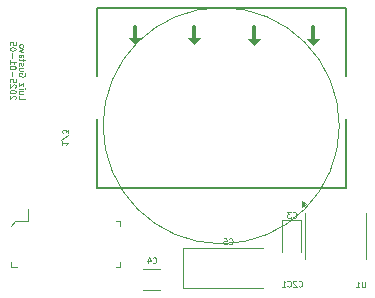
<source format=gbr>
%TF.GenerationSoftware,KiCad,Pcbnew,8.0.7*%
%TF.CreationDate,2025-01-07T22:37:39-03:00*%
%TF.ProjectId,organator,6f726761-6e61-4746-9f72-2e6b69636164,rev?*%
%TF.SameCoordinates,Original*%
%TF.FileFunction,Legend,Bot*%
%TF.FilePolarity,Positive*%
%FSLAX46Y46*%
G04 Gerber Fmt 4.6, Leading zero omitted, Abs format (unit mm)*
G04 Created by KiCad (PCBNEW 8.0.7) date 2025-01-07 22:37:39*
%MOMM*%
%LPD*%
G01*
G04 APERTURE LIST*
%ADD10C,0.300000*%
%ADD11C,0.100000*%
%ADD12C,0.125000*%
%ADD13C,0.120000*%
%ADD14C,0.127000*%
G04 APERTURE END LIST*
D10*
X120200000Y-101550000D02*
X120200000Y-100550000D01*
X115200000Y-101550000D02*
X115200000Y-100550000D01*
D11*
X125250000Y-102100000D02*
X124750000Y-101600000D01*
X125750000Y-101600000D01*
X125250000Y-102100000D01*
G36*
X125250000Y-102100000D02*
G01*
X124750000Y-101600000D01*
X125750000Y-101600000D01*
X125250000Y-102100000D01*
G37*
X120200000Y-102050000D02*
X119700000Y-101550000D01*
X120700000Y-101550000D01*
X120200000Y-102050000D01*
G36*
X120200000Y-102050000D02*
G01*
X119700000Y-101550000D01*
X120700000Y-101550000D01*
X120200000Y-102050000D01*
G37*
D10*
X125250000Y-101600000D02*
X125250000Y-100600000D01*
D11*
X130250000Y-102100000D02*
X129750000Y-101600000D01*
X130750000Y-101600000D01*
X130250000Y-102100000D01*
G36*
X130250000Y-102100000D02*
G01*
X129750000Y-101600000D01*
X130750000Y-101600000D01*
X130250000Y-102100000D01*
G37*
X115200000Y-102050000D02*
X114700000Y-101550000D01*
X115700000Y-101550000D01*
X115200000Y-102050000D01*
G36*
X115200000Y-102050000D02*
G01*
X114700000Y-101550000D01*
X115700000Y-101550000D01*
X115200000Y-102050000D01*
G37*
D10*
X130250000Y-101600000D02*
X130250000Y-100600000D01*
D11*
X132500500Y-108930499D02*
G75*
G02*
X112499500Y-108930499I-10000500J0D01*
G01*
X112499500Y-108930499D02*
G75*
G02*
X132500500Y-108930499I10000500J0D01*
G01*
D12*
X105397662Y-106410621D02*
X105397662Y-106648716D01*
X105397662Y-106648716D02*
X105897662Y-106648716D01*
X105730995Y-106029668D02*
X105397662Y-106029668D01*
X105730995Y-106243954D02*
X105469091Y-106243954D01*
X105469091Y-106243954D02*
X105421472Y-106220144D01*
X105421472Y-106220144D02*
X105397662Y-106172525D01*
X105397662Y-106172525D02*
X105397662Y-106101097D01*
X105397662Y-106101097D02*
X105421472Y-106053478D01*
X105421472Y-106053478D02*
X105445281Y-106029668D01*
X105397662Y-105791573D02*
X105730995Y-105791573D01*
X105897662Y-105791573D02*
X105873852Y-105815382D01*
X105873852Y-105815382D02*
X105850043Y-105791573D01*
X105850043Y-105791573D02*
X105873852Y-105767763D01*
X105873852Y-105767763D02*
X105897662Y-105791573D01*
X105897662Y-105791573D02*
X105850043Y-105791573D01*
X105730995Y-105601097D02*
X105730995Y-105339192D01*
X105730995Y-105339192D02*
X105397662Y-105601097D01*
X105397662Y-105601097D02*
X105397662Y-105339192D01*
X105873852Y-104505859D02*
X105897662Y-104553478D01*
X105897662Y-104553478D02*
X105897662Y-104624907D01*
X105897662Y-104624907D02*
X105873852Y-104696335D01*
X105873852Y-104696335D02*
X105826233Y-104743954D01*
X105826233Y-104743954D02*
X105778614Y-104767764D01*
X105778614Y-104767764D02*
X105683376Y-104791573D01*
X105683376Y-104791573D02*
X105611948Y-104791573D01*
X105611948Y-104791573D02*
X105516710Y-104767764D01*
X105516710Y-104767764D02*
X105469091Y-104743954D01*
X105469091Y-104743954D02*
X105421472Y-104696335D01*
X105421472Y-104696335D02*
X105397662Y-104624907D01*
X105397662Y-104624907D02*
X105397662Y-104577288D01*
X105397662Y-104577288D02*
X105421472Y-104505859D01*
X105421472Y-104505859D02*
X105445281Y-104482050D01*
X105445281Y-104482050D02*
X105611948Y-104482050D01*
X105611948Y-104482050D02*
X105611948Y-104577288D01*
X105730995Y-104053478D02*
X105397662Y-104053478D01*
X105730995Y-104267764D02*
X105469091Y-104267764D01*
X105469091Y-104267764D02*
X105421472Y-104243954D01*
X105421472Y-104243954D02*
X105397662Y-104196335D01*
X105397662Y-104196335D02*
X105397662Y-104124907D01*
X105397662Y-104124907D02*
X105421472Y-104077288D01*
X105421472Y-104077288D02*
X105445281Y-104053478D01*
X105421472Y-103839192D02*
X105397662Y-103791573D01*
X105397662Y-103791573D02*
X105397662Y-103696335D01*
X105397662Y-103696335D02*
X105421472Y-103648716D01*
X105421472Y-103648716D02*
X105469091Y-103624907D01*
X105469091Y-103624907D02*
X105492900Y-103624907D01*
X105492900Y-103624907D02*
X105540519Y-103648716D01*
X105540519Y-103648716D02*
X105564329Y-103696335D01*
X105564329Y-103696335D02*
X105564329Y-103767764D01*
X105564329Y-103767764D02*
X105588138Y-103815383D01*
X105588138Y-103815383D02*
X105635757Y-103839192D01*
X105635757Y-103839192D02*
X105659567Y-103839192D01*
X105659567Y-103839192D02*
X105707186Y-103815383D01*
X105707186Y-103815383D02*
X105730995Y-103767764D01*
X105730995Y-103767764D02*
X105730995Y-103696335D01*
X105730995Y-103696335D02*
X105707186Y-103648716D01*
X105730995Y-103482049D02*
X105730995Y-103291573D01*
X105897662Y-103410621D02*
X105469091Y-103410621D01*
X105469091Y-103410621D02*
X105421472Y-103386811D01*
X105421472Y-103386811D02*
X105397662Y-103339192D01*
X105397662Y-103339192D02*
X105397662Y-103291573D01*
X105397662Y-102910621D02*
X105659567Y-102910621D01*
X105659567Y-102910621D02*
X105707186Y-102934431D01*
X105707186Y-102934431D02*
X105730995Y-102982050D01*
X105730995Y-102982050D02*
X105730995Y-103077288D01*
X105730995Y-103077288D02*
X105707186Y-103124907D01*
X105421472Y-102910621D02*
X105397662Y-102958240D01*
X105397662Y-102958240D02*
X105397662Y-103077288D01*
X105397662Y-103077288D02*
X105421472Y-103124907D01*
X105421472Y-103124907D02*
X105469091Y-103148716D01*
X105469091Y-103148716D02*
X105516710Y-103148716D01*
X105516710Y-103148716D02*
X105564329Y-103124907D01*
X105564329Y-103124907D02*
X105588138Y-103077288D01*
X105588138Y-103077288D02*
X105588138Y-102958240D01*
X105588138Y-102958240D02*
X105611948Y-102910621D01*
X105730995Y-102720145D02*
X105397662Y-102601097D01*
X105397662Y-102601097D02*
X105730995Y-102482050D01*
X105397662Y-102220145D02*
X105421472Y-102267764D01*
X105421472Y-102267764D02*
X105445281Y-102291574D01*
X105445281Y-102291574D02*
X105492900Y-102315383D01*
X105492900Y-102315383D02*
X105635757Y-102315383D01*
X105635757Y-102315383D02*
X105683376Y-102291574D01*
X105683376Y-102291574D02*
X105707186Y-102267764D01*
X105707186Y-102267764D02*
X105730995Y-102220145D01*
X105730995Y-102220145D02*
X105730995Y-102148717D01*
X105730995Y-102148717D02*
X105707186Y-102101098D01*
X105707186Y-102101098D02*
X105683376Y-102077288D01*
X105683376Y-102077288D02*
X105635757Y-102053479D01*
X105635757Y-102053479D02*
X105492900Y-102053479D01*
X105492900Y-102053479D02*
X105445281Y-102077288D01*
X105445281Y-102077288D02*
X105421472Y-102101098D01*
X105421472Y-102101098D02*
X105397662Y-102148717D01*
X105397662Y-102148717D02*
X105397662Y-102220145D01*
X105045071Y-106672525D02*
X105068880Y-106648716D01*
X105068880Y-106648716D02*
X105092690Y-106601097D01*
X105092690Y-106601097D02*
X105092690Y-106482049D01*
X105092690Y-106482049D02*
X105068880Y-106434430D01*
X105068880Y-106434430D02*
X105045071Y-106410621D01*
X105045071Y-106410621D02*
X104997452Y-106386811D01*
X104997452Y-106386811D02*
X104949833Y-106386811D01*
X104949833Y-106386811D02*
X104878404Y-106410621D01*
X104878404Y-106410621D02*
X104592690Y-106696335D01*
X104592690Y-106696335D02*
X104592690Y-106386811D01*
X105092690Y-106077288D02*
X105092690Y-106029669D01*
X105092690Y-106029669D02*
X105068880Y-105982050D01*
X105068880Y-105982050D02*
X105045071Y-105958240D01*
X105045071Y-105958240D02*
X104997452Y-105934431D01*
X104997452Y-105934431D02*
X104902214Y-105910621D01*
X104902214Y-105910621D02*
X104783166Y-105910621D01*
X104783166Y-105910621D02*
X104687928Y-105934431D01*
X104687928Y-105934431D02*
X104640309Y-105958240D01*
X104640309Y-105958240D02*
X104616500Y-105982050D01*
X104616500Y-105982050D02*
X104592690Y-106029669D01*
X104592690Y-106029669D02*
X104592690Y-106077288D01*
X104592690Y-106077288D02*
X104616500Y-106124907D01*
X104616500Y-106124907D02*
X104640309Y-106148716D01*
X104640309Y-106148716D02*
X104687928Y-106172526D01*
X104687928Y-106172526D02*
X104783166Y-106196335D01*
X104783166Y-106196335D02*
X104902214Y-106196335D01*
X104902214Y-106196335D02*
X104997452Y-106172526D01*
X104997452Y-106172526D02*
X105045071Y-106148716D01*
X105045071Y-106148716D02*
X105068880Y-106124907D01*
X105068880Y-106124907D02*
X105092690Y-106077288D01*
X105045071Y-105720145D02*
X105068880Y-105696336D01*
X105068880Y-105696336D02*
X105092690Y-105648717D01*
X105092690Y-105648717D02*
X105092690Y-105529669D01*
X105092690Y-105529669D02*
X105068880Y-105482050D01*
X105068880Y-105482050D02*
X105045071Y-105458241D01*
X105045071Y-105458241D02*
X104997452Y-105434431D01*
X104997452Y-105434431D02*
X104949833Y-105434431D01*
X104949833Y-105434431D02*
X104878404Y-105458241D01*
X104878404Y-105458241D02*
X104592690Y-105743955D01*
X104592690Y-105743955D02*
X104592690Y-105434431D01*
X105092690Y-104982051D02*
X105092690Y-105220146D01*
X105092690Y-105220146D02*
X104854595Y-105243955D01*
X104854595Y-105243955D02*
X104878404Y-105220146D01*
X104878404Y-105220146D02*
X104902214Y-105172527D01*
X104902214Y-105172527D02*
X104902214Y-105053479D01*
X104902214Y-105053479D02*
X104878404Y-105005860D01*
X104878404Y-105005860D02*
X104854595Y-104982051D01*
X104854595Y-104982051D02*
X104806976Y-104958241D01*
X104806976Y-104958241D02*
X104687928Y-104958241D01*
X104687928Y-104958241D02*
X104640309Y-104982051D01*
X104640309Y-104982051D02*
X104616500Y-105005860D01*
X104616500Y-105005860D02*
X104592690Y-105053479D01*
X104592690Y-105053479D02*
X104592690Y-105172527D01*
X104592690Y-105172527D02*
X104616500Y-105220146D01*
X104616500Y-105220146D02*
X104640309Y-105243955D01*
X104783166Y-104743956D02*
X104783166Y-104363004D01*
X105092690Y-104029670D02*
X105092690Y-103982051D01*
X105092690Y-103982051D02*
X105068880Y-103934432D01*
X105068880Y-103934432D02*
X105045071Y-103910622D01*
X105045071Y-103910622D02*
X104997452Y-103886813D01*
X104997452Y-103886813D02*
X104902214Y-103863003D01*
X104902214Y-103863003D02*
X104783166Y-103863003D01*
X104783166Y-103863003D02*
X104687928Y-103886813D01*
X104687928Y-103886813D02*
X104640309Y-103910622D01*
X104640309Y-103910622D02*
X104616500Y-103934432D01*
X104616500Y-103934432D02*
X104592690Y-103982051D01*
X104592690Y-103982051D02*
X104592690Y-104029670D01*
X104592690Y-104029670D02*
X104616500Y-104077289D01*
X104616500Y-104077289D02*
X104640309Y-104101098D01*
X104640309Y-104101098D02*
X104687928Y-104124908D01*
X104687928Y-104124908D02*
X104783166Y-104148717D01*
X104783166Y-104148717D02*
X104902214Y-104148717D01*
X104902214Y-104148717D02*
X104997452Y-104124908D01*
X104997452Y-104124908D02*
X105045071Y-104101098D01*
X105045071Y-104101098D02*
X105068880Y-104077289D01*
X105068880Y-104077289D02*
X105092690Y-104029670D01*
X104592690Y-103386813D02*
X104592690Y-103672527D01*
X104592690Y-103529670D02*
X105092690Y-103529670D01*
X105092690Y-103529670D02*
X105021261Y-103577289D01*
X105021261Y-103577289D02*
X104973642Y-103624908D01*
X104973642Y-103624908D02*
X104949833Y-103672527D01*
X104783166Y-103172528D02*
X104783166Y-102791576D01*
X105092690Y-102458242D02*
X105092690Y-102410623D01*
X105092690Y-102410623D02*
X105068880Y-102363004D01*
X105068880Y-102363004D02*
X105045071Y-102339194D01*
X105045071Y-102339194D02*
X104997452Y-102315385D01*
X104997452Y-102315385D02*
X104902214Y-102291575D01*
X104902214Y-102291575D02*
X104783166Y-102291575D01*
X104783166Y-102291575D02*
X104687928Y-102315385D01*
X104687928Y-102315385D02*
X104640309Y-102339194D01*
X104640309Y-102339194D02*
X104616500Y-102363004D01*
X104616500Y-102363004D02*
X104592690Y-102410623D01*
X104592690Y-102410623D02*
X104592690Y-102458242D01*
X104592690Y-102458242D02*
X104616500Y-102505861D01*
X104616500Y-102505861D02*
X104640309Y-102529670D01*
X104640309Y-102529670D02*
X104687928Y-102553480D01*
X104687928Y-102553480D02*
X104783166Y-102577289D01*
X104783166Y-102577289D02*
X104902214Y-102577289D01*
X104902214Y-102577289D02*
X104997452Y-102553480D01*
X104997452Y-102553480D02*
X105045071Y-102529670D01*
X105045071Y-102529670D02*
X105068880Y-102505861D01*
X105068880Y-102505861D02*
X105092690Y-102458242D01*
X105092690Y-101839195D02*
X105092690Y-102077290D01*
X105092690Y-102077290D02*
X104854595Y-102101099D01*
X104854595Y-102101099D02*
X104878404Y-102077290D01*
X104878404Y-102077290D02*
X104902214Y-102029671D01*
X104902214Y-102029671D02*
X104902214Y-101910623D01*
X104902214Y-101910623D02*
X104878404Y-101863004D01*
X104878404Y-101863004D02*
X104854595Y-101839195D01*
X104854595Y-101839195D02*
X104806976Y-101815385D01*
X104806976Y-101815385D02*
X104687928Y-101815385D01*
X104687928Y-101815385D02*
X104640309Y-101839195D01*
X104640309Y-101839195D02*
X104616500Y-101863004D01*
X104616500Y-101863004D02*
X104592690Y-101910623D01*
X104592690Y-101910623D02*
X104592690Y-102029671D01*
X104592690Y-102029671D02*
X104616500Y-102077290D01*
X104616500Y-102077290D02*
X104640309Y-102101099D01*
X116713002Y-120534690D02*
X116736811Y-120558500D01*
X116736811Y-120558500D02*
X116808240Y-120582309D01*
X116808240Y-120582309D02*
X116855859Y-120582309D01*
X116855859Y-120582309D02*
X116927287Y-120558500D01*
X116927287Y-120558500D02*
X116974906Y-120510880D01*
X116974906Y-120510880D02*
X116998716Y-120463261D01*
X116998716Y-120463261D02*
X117022525Y-120368023D01*
X117022525Y-120368023D02*
X117022525Y-120296595D01*
X117022525Y-120296595D02*
X116998716Y-120201357D01*
X116998716Y-120201357D02*
X116974906Y-120153738D01*
X116974906Y-120153738D02*
X116927287Y-120106119D01*
X116927287Y-120106119D02*
X116855859Y-120082309D01*
X116855859Y-120082309D02*
X116808240Y-120082309D01*
X116808240Y-120082309D02*
X116736811Y-120106119D01*
X116736811Y-120106119D02*
X116713002Y-120129928D01*
X116284430Y-120248976D02*
X116284430Y-120582309D01*
X116403478Y-120058500D02*
X116522525Y-120415642D01*
X116522525Y-120415642D02*
X116213002Y-120415642D01*
X134698716Y-122132309D02*
X134698716Y-122537071D01*
X134698716Y-122537071D02*
X134674906Y-122584690D01*
X134674906Y-122584690D02*
X134651097Y-122608500D01*
X134651097Y-122608500D02*
X134603478Y-122632309D01*
X134603478Y-122632309D02*
X134508240Y-122632309D01*
X134508240Y-122632309D02*
X134460621Y-122608500D01*
X134460621Y-122608500D02*
X134436811Y-122584690D01*
X134436811Y-122584690D02*
X134413002Y-122537071D01*
X134413002Y-122537071D02*
X134413002Y-122132309D01*
X133913001Y-122632309D02*
X134198715Y-122632309D01*
X134055858Y-122632309D02*
X134055858Y-122132309D01*
X134055858Y-122132309D02*
X134103477Y-122203738D01*
X134103477Y-122203738D02*
X134151096Y-122251357D01*
X134151096Y-122251357D02*
X134198715Y-122275166D01*
X128563002Y-116684690D02*
X128586811Y-116708500D01*
X128586811Y-116708500D02*
X128658240Y-116732309D01*
X128658240Y-116732309D02*
X128705859Y-116732309D01*
X128705859Y-116732309D02*
X128777287Y-116708500D01*
X128777287Y-116708500D02*
X128824906Y-116660880D01*
X128824906Y-116660880D02*
X128848716Y-116613261D01*
X128848716Y-116613261D02*
X128872525Y-116518023D01*
X128872525Y-116518023D02*
X128872525Y-116446595D01*
X128872525Y-116446595D02*
X128848716Y-116351357D01*
X128848716Y-116351357D02*
X128824906Y-116303738D01*
X128824906Y-116303738D02*
X128777287Y-116256119D01*
X128777287Y-116256119D02*
X128705859Y-116232309D01*
X128705859Y-116232309D02*
X128658240Y-116232309D01*
X128658240Y-116232309D02*
X128586811Y-116256119D01*
X128586811Y-116256119D02*
X128563002Y-116279928D01*
X128396335Y-116232309D02*
X128086811Y-116232309D01*
X128086811Y-116232309D02*
X128253478Y-116422785D01*
X128253478Y-116422785D02*
X128182049Y-116422785D01*
X128182049Y-116422785D02*
X128134430Y-116446595D01*
X128134430Y-116446595D02*
X128110621Y-116470404D01*
X128110621Y-116470404D02*
X128086811Y-116518023D01*
X128086811Y-116518023D02*
X128086811Y-116637071D01*
X128086811Y-116637071D02*
X128110621Y-116684690D01*
X128110621Y-116684690D02*
X128134430Y-116708500D01*
X128134430Y-116708500D02*
X128182049Y-116732309D01*
X128182049Y-116732309D02*
X128324906Y-116732309D01*
X128324906Y-116732309D02*
X128372525Y-116708500D01*
X128372525Y-116708500D02*
X128396335Y-116684690D01*
X128113002Y-122509690D02*
X128136811Y-122533500D01*
X128136811Y-122533500D02*
X128208240Y-122557309D01*
X128208240Y-122557309D02*
X128255859Y-122557309D01*
X128255859Y-122557309D02*
X128327287Y-122533500D01*
X128327287Y-122533500D02*
X128374906Y-122485880D01*
X128374906Y-122485880D02*
X128398716Y-122438261D01*
X128398716Y-122438261D02*
X128422525Y-122343023D01*
X128422525Y-122343023D02*
X128422525Y-122271595D01*
X128422525Y-122271595D02*
X128398716Y-122176357D01*
X128398716Y-122176357D02*
X128374906Y-122128738D01*
X128374906Y-122128738D02*
X128327287Y-122081119D01*
X128327287Y-122081119D02*
X128255859Y-122057309D01*
X128255859Y-122057309D02*
X128208240Y-122057309D01*
X128208240Y-122057309D02*
X128136811Y-122081119D01*
X128136811Y-122081119D02*
X128113002Y-122104928D01*
X127636811Y-122557309D02*
X127922525Y-122557309D01*
X127779668Y-122557309D02*
X127779668Y-122057309D01*
X127779668Y-122057309D02*
X127827287Y-122128738D01*
X127827287Y-122128738D02*
X127874906Y-122176357D01*
X127874906Y-122176357D02*
X127922525Y-122200166D01*
X123163002Y-118934690D02*
X123186811Y-118958500D01*
X123186811Y-118958500D02*
X123258240Y-118982309D01*
X123258240Y-118982309D02*
X123305859Y-118982309D01*
X123305859Y-118982309D02*
X123377287Y-118958500D01*
X123377287Y-118958500D02*
X123424906Y-118910880D01*
X123424906Y-118910880D02*
X123448716Y-118863261D01*
X123448716Y-118863261D02*
X123472525Y-118768023D01*
X123472525Y-118768023D02*
X123472525Y-118696595D01*
X123472525Y-118696595D02*
X123448716Y-118601357D01*
X123448716Y-118601357D02*
X123424906Y-118553738D01*
X123424906Y-118553738D02*
X123377287Y-118506119D01*
X123377287Y-118506119D02*
X123305859Y-118482309D01*
X123305859Y-118482309D02*
X123258240Y-118482309D01*
X123258240Y-118482309D02*
X123186811Y-118506119D01*
X123186811Y-118506119D02*
X123163002Y-118529928D01*
X122710621Y-118482309D02*
X122948716Y-118482309D01*
X122948716Y-118482309D02*
X122972525Y-118720404D01*
X122972525Y-118720404D02*
X122948716Y-118696595D01*
X122948716Y-118696595D02*
X122901097Y-118672785D01*
X122901097Y-118672785D02*
X122782049Y-118672785D01*
X122782049Y-118672785D02*
X122734430Y-118696595D01*
X122734430Y-118696595D02*
X122710621Y-118720404D01*
X122710621Y-118720404D02*
X122686811Y-118768023D01*
X122686811Y-118768023D02*
X122686811Y-118887071D01*
X122686811Y-118887071D02*
X122710621Y-118934690D01*
X122710621Y-118934690D02*
X122734430Y-118958500D01*
X122734430Y-118958500D02*
X122782049Y-118982309D01*
X122782049Y-118982309D02*
X122901097Y-118982309D01*
X122901097Y-118982309D02*
X122948716Y-118958500D01*
X122948716Y-118958500D02*
X122972525Y-118934690D01*
X129063002Y-122509690D02*
X129086811Y-122533500D01*
X129086811Y-122533500D02*
X129158240Y-122557309D01*
X129158240Y-122557309D02*
X129205859Y-122557309D01*
X129205859Y-122557309D02*
X129277287Y-122533500D01*
X129277287Y-122533500D02*
X129324906Y-122485880D01*
X129324906Y-122485880D02*
X129348716Y-122438261D01*
X129348716Y-122438261D02*
X129372525Y-122343023D01*
X129372525Y-122343023D02*
X129372525Y-122271595D01*
X129372525Y-122271595D02*
X129348716Y-122176357D01*
X129348716Y-122176357D02*
X129324906Y-122128738D01*
X129324906Y-122128738D02*
X129277287Y-122081119D01*
X129277287Y-122081119D02*
X129205859Y-122057309D01*
X129205859Y-122057309D02*
X129158240Y-122057309D01*
X129158240Y-122057309D02*
X129086811Y-122081119D01*
X129086811Y-122081119D02*
X129063002Y-122104928D01*
X128872525Y-122104928D02*
X128848716Y-122081119D01*
X128848716Y-122081119D02*
X128801097Y-122057309D01*
X128801097Y-122057309D02*
X128682049Y-122057309D01*
X128682049Y-122057309D02*
X128634430Y-122081119D01*
X128634430Y-122081119D02*
X128610621Y-122104928D01*
X128610621Y-122104928D02*
X128586811Y-122152547D01*
X128586811Y-122152547D02*
X128586811Y-122200166D01*
X128586811Y-122200166D02*
X128610621Y-122271595D01*
X128610621Y-122271595D02*
X128896335Y-122557309D01*
X128896335Y-122557309D02*
X128586811Y-122557309D01*
X109042690Y-110261811D02*
X109042690Y-110547525D01*
X109042690Y-110404668D02*
X109542690Y-110404668D01*
X109542690Y-110404668D02*
X109471261Y-110452287D01*
X109471261Y-110452287D02*
X109423642Y-110499906D01*
X109423642Y-110499906D02*
X109399833Y-110547525D01*
X109566500Y-109690383D02*
X108923642Y-110118954D01*
X109542690Y-109571335D02*
X109542690Y-109261811D01*
X109542690Y-109261811D02*
X109352214Y-109428478D01*
X109352214Y-109428478D02*
X109352214Y-109357049D01*
X109352214Y-109357049D02*
X109328404Y-109309430D01*
X109328404Y-109309430D02*
X109304595Y-109285621D01*
X109304595Y-109285621D02*
X109256976Y-109261811D01*
X109256976Y-109261811D02*
X109137928Y-109261811D01*
X109137928Y-109261811D02*
X109090309Y-109285621D01*
X109090309Y-109285621D02*
X109066500Y-109309430D01*
X109066500Y-109309430D02*
X109042690Y-109357049D01*
X109042690Y-109357049D02*
X109042690Y-109499906D01*
X109042690Y-109499906D02*
X109066500Y-109547525D01*
X109066500Y-109547525D02*
X109090309Y-109571335D01*
D13*
%TO.C,C3*%
X127665000Y-116952500D02*
X127665000Y-119662500D01*
X129235000Y-116952500D02*
X127665000Y-116952500D01*
X129235000Y-119662500D02*
X129235000Y-116952500D01*
%TO.C,C4*%
X115863748Y-121040000D02*
X117286252Y-121040000D01*
X115863748Y-122860000D02*
X117286252Y-122860000D01*
%TO.C,C5*%
X119277500Y-119290000D02*
X119277500Y-122710000D01*
X119277500Y-122710000D02*
X126037500Y-122710000D01*
X126037500Y-119290000D02*
X119277500Y-119290000D01*
D11*
%TO.C,S1*%
X104725000Y-120475000D02*
X104725000Y-120875000D01*
X104725000Y-120875000D02*
X105200000Y-120875000D01*
X105075000Y-117025000D02*
X104725000Y-117400000D01*
X106175000Y-115975000D02*
X106175000Y-117025000D01*
X106175000Y-117025000D02*
X105075000Y-117025000D01*
X113625000Y-117025000D02*
X113975000Y-117025000D01*
X113975000Y-117025000D02*
X113975000Y-117400000D01*
X113975000Y-120500000D02*
X113975000Y-120875000D01*
X113975000Y-120875000D02*
X113575000Y-120875000D01*
D14*
%TO.C,BT1*%
X111960000Y-98930000D02*
X133040000Y-98930000D01*
X111960000Y-104730000D02*
X111960000Y-98930000D01*
X111960000Y-108370000D02*
X111960000Y-114170000D01*
X111960000Y-114170000D02*
X133040000Y-114170000D01*
X133040000Y-98930000D02*
X133040000Y-104730000D01*
X133040000Y-114170000D02*
X133040000Y-108370000D01*
D13*
%TO.C,U1*%
X129605000Y-116325000D02*
X129605000Y-118275000D01*
X129605000Y-120225000D02*
X129605000Y-118275000D01*
X134725000Y-116325000D02*
X134725000Y-118275000D01*
X134725000Y-120225000D02*
X134725000Y-118275000D01*
X129700000Y-115575000D02*
X129370000Y-115815000D01*
X129370000Y-115335000D01*
X129700000Y-115575000D01*
G36*
X129700000Y-115575000D02*
G01*
X129370000Y-115815000D01*
X129370000Y-115335000D01*
X129700000Y-115575000D01*
G37*
%TD*%
M02*

</source>
